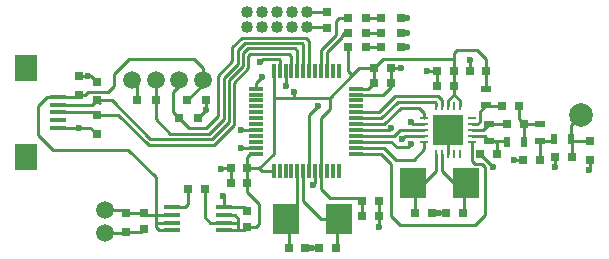
<source format=gtl>
G04 #@! TF.FileFunction,Copper,L1,Top,Signal*
%FSLAX46Y46*%
G04 Gerber Fmt 4.6, Leading zero omitted, Abs format (unit mm)*
G04 Created by KiCad (PCBNEW 0.201508100901+6080~28~ubuntu14.04.1-product) date Sun 08 Nov 2015 01:10:26 GMT*
%MOMM*%
G01*
G04 APERTURE LIST*
%ADD10C,0.100000*%
%ADD11R,0.800000X0.700000*%
%ADD12R,0.700000X0.800000*%
%ADD13R,0.800000X0.800000*%
%ADD14R,0.300000X1.200000*%
%ADD15R,1.200000X0.300000*%
%ADD16R,0.900000X0.600000*%
%ADD17R,0.600000X0.900000*%
%ADD18C,1.500000*%
%ADD19C,1.016000*%
%ADD20C,2.000000*%
%ADD21R,2.300000X2.500000*%
%ADD22R,1.400000X0.400000*%
%ADD23R,0.700000X0.250000*%
%ADD24R,0.250000X0.700000*%
%ADD25R,2.600000X2.600000*%
%ADD26R,1.900000X2.300000*%
%ADD27C,0.600000*%
%ADD28C,0.250000*%
G04 APERTURE END LIST*
D10*
D11*
X93000000Y-109500000D03*
X93000000Y-110900000D03*
X101750000Y-110750000D03*
X101750000Y-109350000D03*
D12*
X96750000Y-107500000D03*
X98150000Y-107500000D03*
X121500000Y-104500000D03*
X122900000Y-104500000D03*
X119250000Y-97500000D03*
X117850000Y-97500000D03*
X119250000Y-98750000D03*
X117850000Y-98750000D03*
X123750000Y-102000000D03*
X125150000Y-102000000D03*
X101750000Y-107000000D03*
X100350000Y-107000000D03*
X112500000Y-97250000D03*
X113900000Y-97250000D03*
X111500000Y-109750000D03*
X112900000Y-109750000D03*
X112500000Y-98500000D03*
X113900000Y-98500000D03*
X101750000Y-105750000D03*
X100350000Y-105750000D03*
X111500000Y-108500000D03*
X112900000Y-108500000D03*
X124750000Y-100500000D03*
X123350000Y-100500000D03*
X126500000Y-105000000D03*
X125100000Y-105000000D03*
X129250000Y-104750000D03*
X127850000Y-104750000D03*
X116000000Y-109500000D03*
X117400000Y-109500000D03*
X122000000Y-97500000D03*
X120600000Y-97500000D03*
X120000000Y-109500000D03*
X118600000Y-109500000D03*
D11*
X108500000Y-92500000D03*
X108500000Y-93900000D03*
D12*
X105250000Y-112500000D03*
X106650000Y-112500000D03*
X109250000Y-112500000D03*
X107850000Y-112500000D03*
D13*
X98250000Y-100000000D03*
X96650000Y-100000000D03*
X94000000Y-100000000D03*
X92400000Y-100000000D03*
X96000000Y-101500000D03*
X97600000Y-101500000D03*
X87500000Y-99500000D03*
X87500000Y-97900000D03*
X89000000Y-101250000D03*
X89000000Y-102850000D03*
X89000000Y-100000000D03*
X89000000Y-98400000D03*
X91500000Y-109500000D03*
X91500000Y-111100000D03*
X130750000Y-105000000D03*
X130750000Y-103400000D03*
X114750000Y-93000000D03*
X113100000Y-93000000D03*
X114750000Y-94250000D03*
X113100000Y-94250000D03*
X114750000Y-95500000D03*
X113100000Y-95500000D03*
D14*
X104000000Y-106000000D03*
X104500000Y-106000000D03*
X105000000Y-106000000D03*
X105500000Y-106000000D03*
X106000000Y-106000000D03*
X106500000Y-106000000D03*
X107000000Y-106000000D03*
X107500000Y-106000000D03*
X108000000Y-106000000D03*
X108500000Y-106000000D03*
X109000000Y-106000000D03*
X109500000Y-106000000D03*
D15*
X111000000Y-104500000D03*
X111000000Y-104000000D03*
X111000000Y-103500000D03*
X111000000Y-103000000D03*
X111000000Y-102500000D03*
X111000000Y-102000000D03*
X111000000Y-101500000D03*
X111000000Y-101000000D03*
X111000000Y-100500000D03*
X111000000Y-100000000D03*
X111000000Y-99500000D03*
X111000000Y-99000000D03*
D14*
X109500000Y-97500000D03*
X109000000Y-97500000D03*
X108500000Y-97500000D03*
X108000000Y-97500000D03*
X107500000Y-97500000D03*
X107000000Y-97500000D03*
X106500000Y-97500000D03*
X106000000Y-97500000D03*
X105500000Y-97500000D03*
X105000000Y-97500000D03*
X104500000Y-97500000D03*
X104000000Y-97500000D03*
D15*
X102500000Y-99000000D03*
X102500000Y-99500000D03*
X102500000Y-100000000D03*
X102500000Y-100500000D03*
X102500000Y-101000000D03*
X102500000Y-101500000D03*
X102500000Y-102000000D03*
X102500000Y-102500000D03*
X102500000Y-103000000D03*
X102500000Y-103500000D03*
X102500000Y-104000000D03*
X102500000Y-104500000D03*
D16*
X122250000Y-102000000D03*
X122250000Y-103400000D03*
D17*
X123750000Y-103500000D03*
X125150000Y-103500000D03*
D16*
X126500000Y-102000000D03*
X126500000Y-103400000D03*
D17*
X127750000Y-103250000D03*
X129150000Y-103250000D03*
D16*
X122000000Y-99000000D03*
X122000000Y-100400000D03*
D18*
X89750000Y-111250000D03*
X89750000Y-109250000D03*
X92000000Y-98250000D03*
X94000000Y-98250000D03*
X96000000Y-98250000D03*
X98000000Y-98250000D03*
D19*
X101750000Y-93770000D03*
X101750000Y-92500000D03*
X103020000Y-93770000D03*
X103020000Y-92500000D03*
X104290000Y-93770000D03*
X104290000Y-92500000D03*
X105560000Y-93770000D03*
X105560000Y-92500000D03*
X106830000Y-93770000D03*
X106830000Y-92500000D03*
D20*
X130000000Y-101250000D03*
D13*
X110250000Y-94250000D03*
X111850000Y-94250000D03*
X110250000Y-95500000D03*
X111850000Y-95500000D03*
X110250000Y-93000000D03*
X111850000Y-93000000D03*
D21*
X115800000Y-107000000D03*
X120300000Y-107000000D03*
X105050000Y-110000000D03*
X109550000Y-110000000D03*
D22*
X99750000Y-111000000D03*
X99750000Y-110350000D03*
X99750000Y-109700000D03*
X99750000Y-109050000D03*
X95350000Y-109050000D03*
X95350000Y-109700000D03*
X95350000Y-110350000D03*
X95350000Y-111000000D03*
D23*
X120750000Y-103500000D03*
X120750000Y-103000000D03*
X120750000Y-102500000D03*
X120750000Y-102000000D03*
X120750000Y-101500000D03*
D24*
X119750000Y-100500000D03*
X119250000Y-100500000D03*
X118750000Y-100500000D03*
X118250000Y-100500000D03*
X117750000Y-100500000D03*
D23*
X116750000Y-101500000D03*
X116750000Y-102000000D03*
X116750000Y-102500000D03*
X116750000Y-103000000D03*
X116750000Y-103500000D03*
D24*
X117750000Y-104500000D03*
X118250000Y-104500000D03*
X118750000Y-104500000D03*
X119250000Y-104500000D03*
X119750000Y-104500000D03*
D25*
X118750000Y-102500000D03*
D22*
X85750000Y-99700000D03*
X85750000Y-100350000D03*
X85750000Y-101000000D03*
X85750000Y-101650000D03*
X85750000Y-102300000D03*
D26*
X83000000Y-97250000D03*
X83000000Y-104750000D03*
D27*
X115250000Y-95500000D03*
X115250000Y-93000000D03*
X115250000Y-94250000D03*
X114750000Y-97250000D03*
X117000000Y-97500000D03*
X122550000Y-105600000D03*
X118000000Y-101750000D03*
X118000000Y-103250000D03*
X119500000Y-103250000D03*
X119500000Y-101750000D03*
X118750000Y-102500000D03*
X130700000Y-105900000D03*
X124300000Y-105000000D03*
X127800000Y-105600000D03*
X118000000Y-109500000D03*
X112900000Y-110700000D03*
X107200000Y-112500000D03*
X99500000Y-105800000D03*
X102875000Y-96775000D03*
X107300000Y-107200000D03*
X87500000Y-102300000D03*
X88300000Y-97900000D03*
X98250000Y-100850000D03*
X99700000Y-108100000D03*
X101200000Y-104000000D03*
X101200000Y-102500000D03*
X120600000Y-96600000D03*
X105750000Y-99250000D03*
X107750000Y-100500000D03*
X115600000Y-101800000D03*
X115650000Y-103700000D03*
X113950000Y-102350000D03*
X114900000Y-103250000D03*
X105000000Y-98800000D03*
X103000000Y-98000000D03*
D28*
X87500000Y-99500000D02*
X88000000Y-99500000D01*
X98000000Y-97250000D02*
X98000000Y-98250000D01*
X97250000Y-96500000D02*
X98000000Y-97250000D01*
X91750000Y-96500000D02*
X97250000Y-96500000D01*
X90500000Y-97750000D02*
X91750000Y-96500000D01*
X90500000Y-98750000D02*
X90500000Y-97750000D01*
X90000000Y-99250000D02*
X90500000Y-98750000D01*
X88250000Y-99250000D02*
X90000000Y-99250000D01*
X88000000Y-99500000D02*
X88250000Y-99250000D01*
X84000000Y-102900000D02*
X84000000Y-100500000D01*
X94000000Y-106500000D02*
X91700000Y-104200000D01*
X91700000Y-104200000D02*
X85300000Y-104200000D01*
X84050000Y-102950000D02*
X84000000Y-102900000D01*
X85300000Y-104200000D02*
X84050000Y-102950000D01*
X94000000Y-109700000D02*
X94000000Y-106500000D01*
X84800000Y-99700000D02*
X85750000Y-99700000D01*
X84000000Y-100500000D02*
X84800000Y-99700000D01*
X98000000Y-98250000D02*
X98000000Y-98650000D01*
X98000000Y-98650000D02*
X96650000Y-100000000D01*
X85750000Y-99700000D02*
X86700000Y-99700000D01*
X86700000Y-99700000D02*
X87300000Y-99700000D01*
X87300000Y-99700000D02*
X87500000Y-99500000D01*
X95350000Y-111000000D02*
X94250000Y-111000000D01*
X94000000Y-110750000D02*
X94000000Y-110000000D01*
X94250000Y-111000000D02*
X94000000Y-110750000D01*
X95350000Y-110350000D02*
X94100000Y-110350000D01*
X94000000Y-110250000D02*
X94000000Y-110000000D01*
X94000000Y-110000000D02*
X94000000Y-109700000D01*
X94100000Y-110350000D02*
X94000000Y-110250000D01*
X95350000Y-109700000D02*
X94000000Y-109700000D01*
X94000000Y-109700000D02*
X93200000Y-109700000D01*
X93200000Y-109700000D02*
X93000000Y-109500000D01*
X91500000Y-109500000D02*
X93000000Y-109500000D01*
X89750000Y-109250000D02*
X91250000Y-109250000D01*
X91250000Y-109250000D02*
X91500000Y-109500000D01*
X114750000Y-95500000D02*
X115250000Y-95500000D01*
X114750000Y-93000000D02*
X115250000Y-93000000D01*
X114750000Y-94250000D02*
X115250000Y-94250000D01*
X114750000Y-97250000D02*
X113900000Y-97250000D01*
X117850000Y-97500000D02*
X117000000Y-97500000D01*
X121500000Y-104500000D02*
X121500000Y-104550000D01*
X121500000Y-104550000D02*
X122550000Y-105600000D01*
X111000000Y-99500000D02*
X113250000Y-99500000D01*
X113250000Y-99500000D02*
X113900000Y-98850000D01*
X113900000Y-98850000D02*
X113900000Y-98500000D01*
X118750000Y-102500000D02*
X118000000Y-101750000D01*
X118750000Y-102500000D02*
X118000000Y-103250000D01*
X118750000Y-102500000D02*
X119500000Y-103250000D01*
X118750000Y-102500000D02*
X119500000Y-101750000D01*
X118750000Y-104500000D02*
X118750000Y-102500000D01*
X130750000Y-105000000D02*
X130750000Y-105850000D01*
X130750000Y-105850000D02*
X130700000Y-105900000D01*
X125100000Y-105000000D02*
X124300000Y-105000000D01*
X127850000Y-104750000D02*
X127850000Y-105550000D01*
X127850000Y-105550000D02*
X127800000Y-105600000D01*
X117400000Y-109500000D02*
X118000000Y-109500000D01*
X118000000Y-109500000D02*
X118600000Y-109500000D01*
X112900000Y-109750000D02*
X112900000Y-110700000D01*
X112900000Y-108500000D02*
X112900000Y-109750000D01*
X106650000Y-112500000D02*
X107200000Y-112500000D01*
X107200000Y-112500000D02*
X107850000Y-112500000D01*
X99750000Y-109050000D02*
X101450000Y-109050000D01*
X101450000Y-109050000D02*
X101750000Y-109350000D01*
X100350000Y-105750000D02*
X99550000Y-105750000D01*
X99550000Y-105750000D02*
X99500000Y-105800000D01*
X104500000Y-97500000D02*
X104500000Y-96600000D01*
X103125000Y-96525000D02*
X102875000Y-96775000D01*
X104425000Y-96525000D02*
X103125000Y-96525000D01*
X104500000Y-96600000D02*
X104425000Y-96525000D01*
X107500000Y-106000000D02*
X107500000Y-107000000D01*
X107500000Y-107000000D02*
X107300000Y-107200000D01*
X85750000Y-102300000D02*
X87500000Y-102300000D01*
X87500000Y-102300000D02*
X88450000Y-102300000D01*
X88450000Y-102300000D02*
X89000000Y-102850000D01*
X87500000Y-97900000D02*
X88300000Y-97900000D01*
X88300000Y-97900000D02*
X88500000Y-97900000D01*
X88500000Y-97900000D02*
X89000000Y-98400000D01*
X91500000Y-111100000D02*
X92800000Y-111100000D01*
X92800000Y-111100000D02*
X93000000Y-110900000D01*
X89750000Y-111250000D02*
X91350000Y-111250000D01*
X91350000Y-111250000D02*
X91500000Y-111100000D01*
X92400000Y-100000000D02*
X92400000Y-98650000D01*
X92400000Y-98650000D02*
X92000000Y-98250000D01*
X98250000Y-100000000D02*
X98250000Y-100850000D01*
X98250000Y-100850000D02*
X97600000Y-101500000D01*
X99750000Y-109050000D02*
X99750000Y-108150000D01*
X99750000Y-108150000D02*
X99700000Y-108100000D01*
X100350000Y-107000000D02*
X100350000Y-105750000D01*
X102500000Y-104000000D02*
X101200000Y-104000000D01*
X102500000Y-102500000D02*
X101200000Y-102500000D01*
X113900000Y-98500000D02*
X113900000Y-97250000D01*
X117850000Y-98750000D02*
X117850000Y-97500000D01*
X120600000Y-97500000D02*
X120600000Y-96600000D01*
X106830000Y-93770000D02*
X108370000Y-93770000D01*
X108370000Y-93770000D02*
X108500000Y-93900000D01*
X110250000Y-95500000D02*
X110250000Y-97500000D01*
X110250000Y-97500000D02*
X110625000Y-97875000D01*
X112500000Y-97250000D02*
X113250000Y-96500000D01*
X115750000Y-96500000D02*
X119250000Y-96500000D01*
X113250000Y-96500000D02*
X115750000Y-96500000D01*
X108000000Y-106000000D02*
X108000000Y-101450000D01*
X108750000Y-100700000D02*
X108750000Y-99750000D01*
X108000000Y-101450000D02*
X108750000Y-100700000D01*
X105750000Y-99250000D02*
X105750000Y-99750000D01*
X111500000Y-108500000D02*
X111500000Y-109750000D01*
X122000000Y-97500000D02*
X122000000Y-96500000D01*
X122000000Y-96500000D02*
X121250000Y-95750000D01*
X121250000Y-95750000D02*
X119500000Y-95750000D01*
X119500000Y-95750000D02*
X119250000Y-96000000D01*
X119250000Y-96000000D02*
X119250000Y-96500000D01*
X119250000Y-96500000D02*
X119250000Y-97500000D01*
X122000000Y-97500000D02*
X122000000Y-99000000D01*
X104000000Y-106000000D02*
X103000000Y-106000000D01*
X103000000Y-106000000D02*
X102750000Y-105750000D01*
X104000000Y-99750000D02*
X105750000Y-99750000D01*
X105750000Y-99750000D02*
X108750000Y-99750000D01*
X111250000Y-97250000D02*
X112500000Y-97250000D01*
X108750000Y-99750000D02*
X110625000Y-97875000D01*
X110625000Y-97875000D02*
X110875000Y-97625000D01*
X110875000Y-97625000D02*
X111250000Y-97250000D01*
X101750000Y-105750000D02*
X102750000Y-105750000D01*
X104000000Y-104500000D02*
X104000000Y-101000000D01*
X104000000Y-101000000D02*
X104000000Y-99750000D01*
X104000000Y-99750000D02*
X104000000Y-97500000D01*
X102750000Y-105750000D02*
X104000000Y-104500000D01*
X119250000Y-99500000D02*
X119750000Y-100000000D01*
X119750000Y-100000000D02*
X119750000Y-100500000D01*
X119250000Y-98750000D02*
X119250000Y-97500000D01*
X118750000Y-100500000D02*
X118750000Y-100000000D01*
X119250000Y-99500000D02*
X119250000Y-98750000D01*
X118750000Y-100000000D02*
X119250000Y-99500000D01*
X108000000Y-106000000D02*
X108000000Y-107500000D01*
X108750000Y-108250000D02*
X111250000Y-108250000D01*
X108000000Y-107500000D02*
X108750000Y-108250000D01*
X111250000Y-108250000D02*
X111500000Y-108500000D01*
X102500000Y-104500000D02*
X102000000Y-104500000D01*
X102000000Y-104500000D02*
X101750000Y-104750000D01*
X101750000Y-104750000D02*
X101750000Y-105750000D01*
X111000000Y-99000000D02*
X112000000Y-99000000D01*
X112000000Y-99000000D02*
X112500000Y-98500000D01*
X112500000Y-97250000D02*
X112500000Y-98500000D01*
X98150000Y-107500000D02*
X98150000Y-109900000D01*
X98600000Y-110350000D02*
X99750000Y-110350000D01*
X98150000Y-109900000D02*
X98600000Y-110350000D01*
X101750000Y-107000000D02*
X101750000Y-105750000D01*
X101750000Y-110750000D02*
X102500000Y-110750000D01*
X101750000Y-107750000D02*
X101750000Y-107000000D01*
X102750000Y-108750000D02*
X101750000Y-107750000D01*
X102750000Y-110500000D02*
X102750000Y-108750000D01*
X102500000Y-110750000D02*
X102750000Y-110500000D01*
X99750000Y-109700000D02*
X100700000Y-109700000D01*
X101000000Y-110000000D02*
X101000000Y-110500000D01*
X100700000Y-109700000D02*
X101000000Y-110000000D01*
X101000000Y-111000000D02*
X101000000Y-110750000D01*
X100850000Y-110350000D02*
X101000000Y-110500000D01*
X101000000Y-110500000D02*
X101000000Y-110750000D01*
X100850000Y-110350000D02*
X99750000Y-110350000D01*
X99750000Y-111000000D02*
X101000000Y-111000000D01*
X101000000Y-111000000D02*
X101500000Y-111000000D01*
X101500000Y-111000000D02*
X101750000Y-110750000D01*
X95350000Y-109050000D02*
X96450000Y-109050000D01*
X96750000Y-108750000D02*
X96750000Y-107500000D01*
X96450000Y-109050000D02*
X96750000Y-108750000D01*
X122900000Y-104500000D02*
X122900000Y-103400000D01*
X122750000Y-103500000D02*
X122750000Y-103400000D01*
X122800000Y-103500000D02*
X122750000Y-103500000D01*
X122900000Y-103400000D02*
X122800000Y-103500000D01*
X122250000Y-103400000D02*
X122750000Y-103400000D01*
X122750000Y-103400000D02*
X123650000Y-103400000D01*
X123650000Y-103400000D02*
X123750000Y-103500000D01*
X120750000Y-103000000D02*
X121850000Y-103000000D01*
X121850000Y-103000000D02*
X122250000Y-103400000D01*
X122250000Y-102000000D02*
X123750000Y-102000000D01*
X120750000Y-102500000D02*
X121750000Y-102500000D01*
X121750000Y-102500000D02*
X122250000Y-102000000D01*
X124750000Y-100500000D02*
X124750000Y-101600000D01*
X124750000Y-101600000D02*
X125150000Y-102000000D01*
X125150000Y-102000000D02*
X126500000Y-102000000D01*
X125150000Y-103500000D02*
X125150000Y-102000000D01*
X120750000Y-102000000D02*
X121250000Y-102000000D01*
X121450000Y-100950000D02*
X122000000Y-100400000D01*
X121450000Y-101800000D02*
X121450000Y-100950000D01*
X121250000Y-102000000D02*
X121450000Y-101800000D01*
X123350000Y-100500000D02*
X122100000Y-100500000D01*
X122100000Y-100500000D02*
X122000000Y-100400000D01*
X126500000Y-103400000D02*
X127600000Y-103400000D01*
X127600000Y-103400000D02*
X127750000Y-103250000D01*
X126500000Y-103400000D02*
X126500000Y-105000000D01*
X129150000Y-103250000D02*
X129150000Y-102100000D01*
X129150000Y-102100000D02*
X130000000Y-101250000D01*
X129250000Y-104750000D02*
X129250000Y-103350000D01*
X129250000Y-103350000D02*
X129150000Y-103250000D01*
X130750000Y-103400000D02*
X129300000Y-103400000D01*
X129300000Y-103400000D02*
X129150000Y-103250000D01*
X116000000Y-107000000D02*
X116000000Y-109500000D01*
X116000000Y-107000000D02*
X116750000Y-107000000D01*
X116750000Y-107000000D02*
X117750000Y-106000000D01*
X117750000Y-106000000D02*
X117750000Y-104500000D01*
X120100000Y-107000000D02*
X120100000Y-109400000D01*
X120100000Y-109400000D02*
X120000000Y-109500000D01*
X118250000Y-104500000D02*
X118250000Y-106000000D01*
X118250000Y-106000000D02*
X119250000Y-107000000D01*
X119250000Y-107000000D02*
X120100000Y-107000000D01*
X107000000Y-101250000D02*
X107000000Y-106000000D01*
X107750000Y-100500000D02*
X107000000Y-101250000D01*
X106830000Y-92500000D02*
X108500000Y-92500000D01*
X105250000Y-110000000D02*
X105250000Y-112500000D01*
X106000000Y-106000000D02*
X106000000Y-109250000D01*
X106000000Y-109250000D02*
X105250000Y-110000000D01*
X109350000Y-110000000D02*
X109350000Y-112400000D01*
X109350000Y-112400000D02*
X109250000Y-112500000D01*
X106500000Y-106000000D02*
X106500000Y-108500000D01*
X108000000Y-110000000D02*
X109350000Y-110000000D01*
X106500000Y-108500000D02*
X108000000Y-110000000D01*
X106500000Y-97500000D02*
X106500000Y-95250002D01*
X94000000Y-101600000D02*
X94000000Y-100000000D01*
X95200000Y-102800000D02*
X94000000Y-101600000D01*
X98500000Y-102800000D02*
X95200000Y-102800000D01*
X99750002Y-101549998D02*
X98500000Y-102800000D01*
X99750002Y-98086396D02*
X99750002Y-101549998D01*
X100950002Y-96886396D02*
X99750002Y-98086396D01*
X100950002Y-95749998D02*
X100950002Y-96886396D01*
X101549998Y-95150002D02*
X100950002Y-95749998D01*
X106400000Y-95150002D02*
X101549998Y-95150002D01*
X106500000Y-95250002D02*
X106400000Y-95150002D01*
X94000000Y-98250000D02*
X94000000Y-100000000D01*
X107000000Y-97500000D02*
X107000000Y-95000000D01*
X96800000Y-102300000D02*
X96000000Y-101500000D01*
X98300000Y-102300000D02*
X96800000Y-102300000D01*
X99300000Y-101300000D02*
X98300000Y-102300000D01*
X99300000Y-97900000D02*
X99300000Y-101300000D01*
X100500000Y-96700000D02*
X99300000Y-97900000D01*
X100500000Y-95500000D02*
X100500000Y-96700000D01*
X101300000Y-94700000D02*
X100500000Y-95500000D01*
X106700000Y-94700000D02*
X101300000Y-94700000D01*
X107000000Y-95000000D02*
X106700000Y-94700000D01*
X96000000Y-98250000D02*
X96000000Y-98750000D01*
X96000000Y-98750000D02*
X95500000Y-99250000D01*
X95500000Y-99250000D02*
X95500000Y-101000000D01*
X95500000Y-101000000D02*
X96000000Y-101500000D01*
X105500000Y-97500000D02*
X105500000Y-96250006D01*
X90850000Y-101250000D02*
X89000000Y-101250000D01*
X93400000Y-103800000D02*
X90850000Y-101250000D01*
X98900000Y-103800000D02*
X93400000Y-103800000D01*
X100650006Y-102049994D02*
X98900000Y-103800000D01*
X100650006Y-98486392D02*
X100650006Y-102049994D01*
X101850006Y-97286392D02*
X100650006Y-98486392D01*
X101850006Y-96200000D02*
X101850006Y-97286392D01*
X102000000Y-96050006D02*
X101850006Y-96200000D01*
X105300000Y-96050006D02*
X102000000Y-96050006D01*
X105500000Y-96250006D02*
X105300000Y-96050006D01*
X85750000Y-101000000D02*
X88750000Y-101000000D01*
X88750000Y-101000000D02*
X89000000Y-101250000D01*
X106000000Y-97500000D02*
X106000000Y-95800004D01*
X90300000Y-100000000D02*
X89000000Y-100000000D01*
X93550002Y-103250002D02*
X90300000Y-100000000D01*
X98749998Y-103250002D02*
X93550002Y-103250002D01*
X100200004Y-101799996D02*
X98749998Y-103250002D01*
X100200004Y-98299996D02*
X100200004Y-101799996D01*
X101400000Y-97100000D02*
X100200004Y-98299996D01*
X101400000Y-97000004D02*
X101400000Y-97100000D01*
X101400004Y-97000000D02*
X101400000Y-97000004D01*
X101400004Y-96000000D02*
X101400004Y-97000000D01*
X101800000Y-95600004D02*
X101400004Y-96000000D01*
X105800000Y-95600004D02*
X101800000Y-95600004D01*
X106000000Y-95800004D02*
X105800000Y-95600004D01*
X89250000Y-100250000D02*
X89000000Y-100000000D01*
X85750000Y-100350000D02*
X88650000Y-100350000D01*
X88650000Y-100350000D02*
X89000000Y-100000000D01*
X111850000Y-93000000D02*
X113100000Y-93000000D01*
X111850000Y-94250000D02*
X113100000Y-94250000D01*
X111850000Y-95500000D02*
X113100000Y-95500000D01*
X120750000Y-103500000D02*
X120750000Y-105150000D01*
X121600000Y-105400000D02*
X121850000Y-105650000D01*
X121850000Y-105650000D02*
X121850000Y-109700000D01*
X121850000Y-109700000D02*
X121000000Y-110550000D01*
X121000000Y-110550000D02*
X114650000Y-110550000D01*
X114650000Y-110550000D02*
X113900000Y-109800000D01*
X113900000Y-109800000D02*
X113900000Y-105350000D01*
X113900000Y-105350000D02*
X113050000Y-104500000D01*
X113050000Y-104500000D02*
X111000000Y-104500000D01*
X121000000Y-105400000D02*
X121600000Y-105400000D01*
X120750000Y-105150000D02*
X121000000Y-105400000D01*
X118250000Y-100500000D02*
X118250000Y-99950000D01*
X112900000Y-101000000D02*
X111000000Y-101000000D01*
X114300000Y-99600000D02*
X112900000Y-101000000D01*
X117900000Y-99600000D02*
X114300000Y-99600000D01*
X118250000Y-99950000D02*
X117900000Y-99600000D01*
X117750000Y-100500000D02*
X117750000Y-100200002D01*
X117750000Y-100200002D02*
X117649998Y-100100000D01*
X117649998Y-100100000D02*
X114500000Y-100100000D01*
X114500000Y-100100000D02*
X113100000Y-101500000D01*
X113100000Y-101500000D02*
X111000000Y-101500000D01*
X111000000Y-102000000D02*
X113350000Y-102000000D01*
X116750000Y-101050000D02*
X116750000Y-101500000D01*
X116300000Y-100600000D02*
X116750000Y-101050000D01*
X114750000Y-100600000D02*
X116300000Y-100600000D01*
X113350000Y-102000000D02*
X114750000Y-100600000D01*
X111000000Y-103500000D02*
X113950000Y-103500000D01*
X115800000Y-102000000D02*
X116750000Y-102000000D01*
X115600000Y-101800000D02*
X115800000Y-102000000D01*
X115400000Y-103950000D02*
X115650000Y-103700000D01*
X114400000Y-103950000D02*
X115400000Y-103950000D01*
X113950000Y-103500000D02*
X114400000Y-103950000D01*
X111000000Y-103000000D02*
X114200000Y-103000000D01*
X114700000Y-102500000D02*
X116750000Y-102500000D01*
X114200000Y-103000000D02*
X114700000Y-102500000D01*
X113800000Y-102500000D02*
X113950000Y-102350000D01*
X111000000Y-102500000D02*
X113800000Y-102500000D01*
X115150000Y-103000000D02*
X114900000Y-103250000D01*
X115150000Y-103000000D02*
X116750000Y-103000000D01*
X111000000Y-104000000D02*
X113350000Y-104000000D01*
X116750000Y-104100000D02*
X116750000Y-103500000D01*
X115850000Y-105000000D02*
X116750000Y-104100000D01*
X114350000Y-105000000D02*
X115850000Y-105000000D01*
X113350000Y-104000000D02*
X114350000Y-105000000D01*
X110250000Y-94250000D02*
X109950002Y-94250000D01*
X109950002Y-94250000D02*
X109750000Y-94450002D01*
X109750000Y-94450002D02*
X109750000Y-94636398D01*
X109750000Y-94636398D02*
X108500000Y-95886398D01*
X108500000Y-95886398D02*
X108500000Y-97500000D01*
X110250000Y-93000000D02*
X109500000Y-93000000D01*
X108000000Y-95750000D02*
X108000000Y-97500000D01*
X109250000Y-94500000D02*
X108000000Y-95750000D01*
X109250000Y-93250000D02*
X109250000Y-94500000D01*
X109500000Y-93000000D02*
X109250000Y-93250000D01*
X105000000Y-98800000D02*
X105000000Y-97500000D01*
X103000000Y-98000000D02*
X102500000Y-98500000D01*
X102500000Y-98500000D02*
X102500000Y-99000000D01*
M02*

</source>
